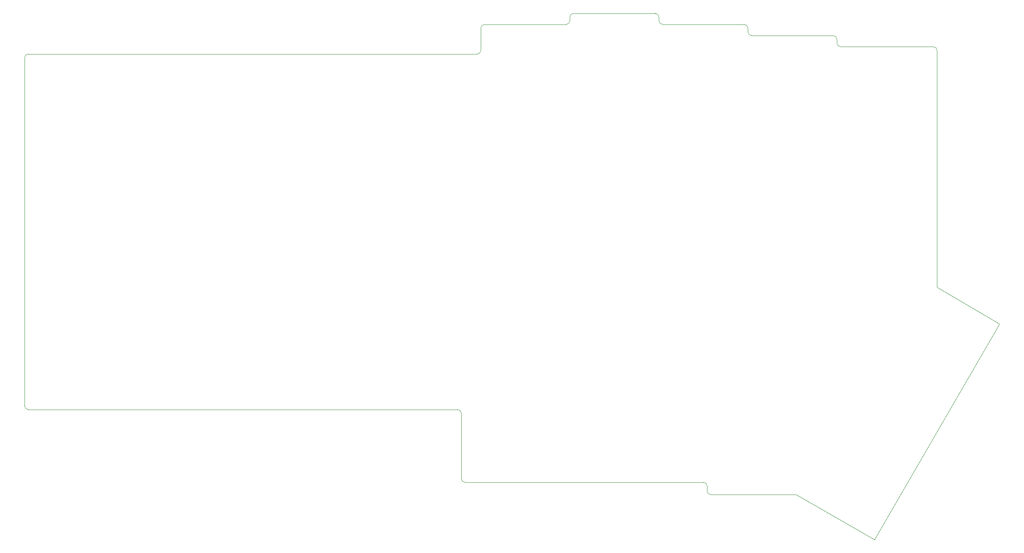
<source format=gbr>
%TF.GenerationSoftware,KiCad,Pcbnew,(5.1.9-0-10_14)*%
%TF.CreationDate,2021-04-25T18:42:27-05:00*%
%TF.ProjectId,wren-nav,7772656e-2d6e-4617-962e-6b696361645f,rev?*%
%TF.SameCoordinates,Original*%
%TF.FileFunction,Profile,NP*%
%FSLAX46Y46*%
G04 Gerber Fmt 4.6, Leading zero omitted, Abs format (unit mm)*
G04 Created by KiCad (PCBNEW (5.1.9-0-10_14)) date 2021-04-25 18:42:27*
%MOMM*%
%LPD*%
G01*
G04 APERTURE LIST*
%TA.AperFunction,Profile*%
%ADD10C,0.050000*%
%TD*%
G04 APERTURE END LIST*
D10*
X56350000Y-27781250D02*
X56350250Y-102394000D01*
X57143750Y-103187500D02*
X145274000Y-103187500D01*
X57143750Y-26987500D02*
X153209000Y-26987500D01*
X149028500Y-103187750D02*
X145274000Y-103187500D01*
X149822000Y-117983250D02*
X149822000Y-103981250D01*
X150615500Y-118776750D02*
X201612500Y-118776750D01*
X202406000Y-119570250D02*
X202406000Y-120650000D01*
X150615500Y-118776750D02*
G75*
G02*
X149822000Y-117983250I0J793500D01*
G01*
X251603000Y-76993750D02*
X251603000Y-26193750D01*
X265011000Y-84867750D02*
X251603000Y-76993750D01*
X238214000Y-131095750D02*
X265011000Y-84867750D01*
X221450000Y-121443750D02*
X238214000Y-131095750D01*
X203199500Y-121443500D02*
X221450000Y-121443750D01*
X203199500Y-121443500D02*
G75*
G02*
X202406000Y-120650000I0J793500D01*
G01*
X201612500Y-118776750D02*
G75*
G02*
X202406000Y-119570250I0J-793500D01*
G01*
X149028500Y-103187750D02*
G75*
G02*
X149822000Y-103981250I0J-793500D01*
G01*
X57143750Y-103187500D02*
G75*
G02*
X56350250Y-102394000I0J793500D01*
G01*
X56350000Y-27781250D02*
G75*
G02*
X57143750Y-26987500I793750J0D01*
G01*
X154002750Y-26193750D02*
G75*
G02*
X153209000Y-26987500I-793750J0D01*
G01*
X154002250Y-21431250D02*
X154002500Y-26193750D01*
X154002250Y-21431250D02*
G75*
G02*
X154796000Y-20637500I793750J0D01*
G01*
X172253000Y-20637500D02*
X154796000Y-20637500D01*
X173046750Y-19843750D02*
G75*
G02*
X172253000Y-20637500I-793750J0D01*
G01*
X173046250Y-19050000D02*
X173046500Y-19843750D01*
X173046250Y-19050000D02*
G75*
G02*
X173840000Y-18256250I793750J0D01*
G01*
X191297000Y-18256500D02*
X173840000Y-18256250D01*
X191297000Y-18256500D02*
G75*
G02*
X192090500Y-19050000I0J-793500D01*
G01*
X192090500Y-19843750D02*
X192090500Y-19050000D01*
X192884000Y-20637250D02*
G75*
G02*
X192090500Y-19843750I0J793500D01*
G01*
X210341000Y-20637750D02*
X192884000Y-20637500D01*
X210341000Y-20637750D02*
G75*
G02*
X211134500Y-21431250I0J-793500D01*
G01*
X211134500Y-22225000D02*
X211134500Y-21431250D01*
X211928000Y-23018500D02*
G75*
G02*
X211134500Y-22225000I0J793500D01*
G01*
X229385000Y-23019000D02*
X211928000Y-23018750D01*
X230178500Y-23812500D02*
X230178500Y-24606250D01*
X229385000Y-23019000D02*
G75*
G02*
X230178500Y-23812500I0J-793500D01*
G01*
X230972000Y-25399750D02*
G75*
G02*
X230178500Y-24606250I0J793500D01*
G01*
X250809500Y-25400250D02*
X230972000Y-25400000D01*
X250809500Y-25400250D02*
G75*
G02*
X251603000Y-26193750I0J-793500D01*
G01*
M02*

</source>
